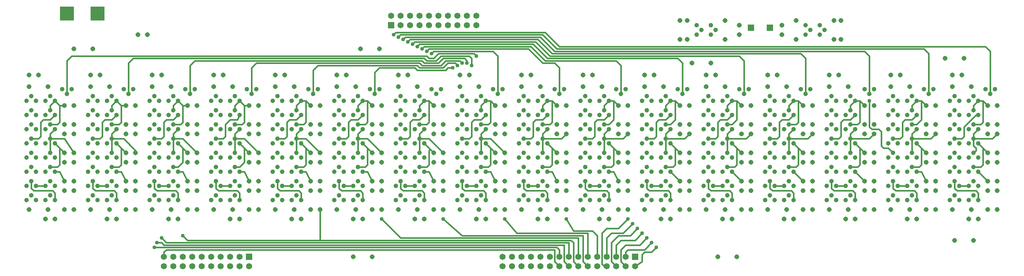
<source format=gtl>
G75*
G70*
%OFA0B0*%
%FSLAX24Y24*%
%IPPOS*%
%LPD*%
%AMOC8*
5,1,8,0,0,1.08239X$1,22.5*
%
%ADD10C,0.0515*%
%ADD11C,0.0476*%
%ADD12R,0.0650X0.0650*%
%ADD13C,0.0650*%
%ADD14R,0.1500X0.1500*%
%ADD15R,0.0709X0.0709*%
%ADD16C,0.0160*%
%ADD17C,0.0400*%
D10*
X006410Y009125D03*
X007410Y009125D03*
X006660Y010125D03*
X008410Y010125D03*
X009410Y010125D03*
X011160Y010125D03*
X013160Y010125D03*
X014910Y010125D03*
X015910Y010125D03*
X017660Y010125D03*
X019660Y010125D03*
X021410Y010125D03*
X022410Y010125D03*
X024160Y010125D03*
X026160Y010125D03*
X027910Y010125D03*
X028910Y010125D03*
X030660Y010125D03*
X032660Y010125D03*
X034410Y010125D03*
X035410Y010125D03*
X037160Y010125D03*
X039160Y010125D03*
X040910Y010125D03*
X041910Y010125D03*
X043660Y010125D03*
X045660Y010125D03*
X047410Y010125D03*
X048410Y010125D03*
X050160Y010125D03*
X052160Y010125D03*
X053910Y010125D03*
X054910Y010125D03*
X056660Y010125D03*
X058660Y010125D03*
X060410Y010125D03*
X061410Y010125D03*
X063160Y010125D03*
X065160Y010125D03*
X066910Y010125D03*
X067910Y010125D03*
X069660Y010125D03*
X071660Y010125D03*
X073410Y010125D03*
X074410Y010125D03*
X076160Y010125D03*
X078160Y010125D03*
X079910Y010125D03*
X080910Y010125D03*
X082660Y010125D03*
X084660Y010125D03*
X086410Y010125D03*
X087410Y010125D03*
X089160Y010125D03*
X091160Y010125D03*
X092910Y010125D03*
X093910Y010125D03*
X095660Y010125D03*
X097660Y010125D03*
X099410Y010125D03*
X100410Y010125D03*
X102160Y010125D03*
X104160Y010125D03*
X105910Y010125D03*
X106910Y010125D03*
X104910Y009125D03*
X103910Y009125D03*
X098410Y009125D03*
X097410Y009125D03*
X091910Y009125D03*
X090910Y009125D03*
X085410Y009125D03*
X084410Y009125D03*
X078910Y009125D03*
X077910Y009125D03*
X072410Y009125D03*
X071410Y009125D03*
X065910Y009125D03*
X064910Y009125D03*
X059410Y009125D03*
X058410Y009125D03*
X052910Y009125D03*
X051910Y009125D03*
X046410Y009125D03*
X045410Y009125D03*
X039910Y009125D03*
X038910Y009125D03*
X033410Y009125D03*
X032410Y009125D03*
X026910Y009125D03*
X025910Y009125D03*
X020410Y009125D03*
X019410Y009125D03*
X013910Y009125D03*
X012910Y009125D03*
X004660Y010125D03*
X008410Y012125D03*
X009410Y012125D03*
X009410Y013125D03*
X008410Y013125D03*
X008410Y015125D03*
X009410Y015125D03*
X009410Y016125D03*
X008410Y016125D03*
X008410Y018125D03*
X009410Y018125D03*
X009410Y019125D03*
X008410Y019125D03*
X008410Y021125D03*
X009410Y021125D03*
X014910Y021125D03*
X015910Y021125D03*
X015910Y019125D03*
X014910Y019125D03*
X014910Y018125D03*
X015910Y018125D03*
X021410Y018125D03*
X022410Y018125D03*
X022410Y019125D03*
X021410Y019125D03*
X021410Y021125D03*
X022410Y021125D03*
X027910Y021125D03*
X028910Y021125D03*
X028910Y019125D03*
X027910Y019125D03*
X027910Y018125D03*
X028910Y018125D03*
X034410Y018125D03*
X035410Y018125D03*
X035410Y019125D03*
X034410Y019125D03*
X034410Y021125D03*
X035410Y021125D03*
X040910Y021125D03*
X041910Y021125D03*
X041910Y019125D03*
X040910Y019125D03*
X040910Y018125D03*
X041910Y018125D03*
X047410Y018125D03*
X048410Y018125D03*
X048410Y019125D03*
X047410Y019125D03*
X047410Y021125D03*
X048410Y021125D03*
X053910Y021125D03*
X054910Y021125D03*
X054910Y019125D03*
X053910Y019125D03*
X053910Y018125D03*
X054910Y018125D03*
X060410Y018125D03*
X061410Y018125D03*
X061410Y019125D03*
X060410Y019125D03*
X060410Y021125D03*
X061410Y021125D03*
X066910Y021125D03*
X067910Y021125D03*
X067910Y019125D03*
X066910Y019125D03*
X066910Y018125D03*
X067910Y018125D03*
X073410Y018125D03*
X074410Y018125D03*
X074410Y019125D03*
X073410Y019125D03*
X073410Y021125D03*
X074410Y021125D03*
X079910Y021125D03*
X080910Y021125D03*
X080910Y019125D03*
X079910Y019125D03*
X079910Y018125D03*
X080910Y018125D03*
X086410Y018125D03*
X087410Y018125D03*
X087410Y019125D03*
X086410Y019125D03*
X086410Y021125D03*
X087410Y021125D03*
X092910Y021125D03*
X093910Y021125D03*
X093910Y019125D03*
X092910Y019125D03*
X092910Y018125D03*
X093910Y018125D03*
X099410Y018125D03*
X100410Y018125D03*
X100410Y019125D03*
X099410Y019125D03*
X099410Y021125D03*
X100410Y021125D03*
X105910Y021125D03*
X106910Y021125D03*
X106910Y019125D03*
X105910Y019125D03*
X105910Y018125D03*
X106910Y018125D03*
X106910Y016125D03*
X105910Y016125D03*
X105910Y015125D03*
X106910Y015125D03*
X106910Y013125D03*
X105910Y013125D03*
X105910Y012125D03*
X106910Y012125D03*
X100410Y012125D03*
X099410Y012125D03*
X099410Y013125D03*
X100410Y013125D03*
X100410Y015125D03*
X099410Y015125D03*
X099410Y016125D03*
X100410Y016125D03*
X093910Y016125D03*
X092910Y016125D03*
X092910Y015125D03*
X093910Y015125D03*
X093910Y013125D03*
X092910Y013125D03*
X092910Y012125D03*
X093910Y012125D03*
X087410Y012125D03*
X086410Y012125D03*
X086410Y013125D03*
X087410Y013125D03*
X087410Y015125D03*
X086410Y015125D03*
X086410Y016125D03*
X087410Y016125D03*
X080910Y016125D03*
X079910Y016125D03*
X079910Y015125D03*
X080910Y015125D03*
X080910Y013125D03*
X079910Y013125D03*
X079910Y012125D03*
X080910Y012125D03*
X074410Y012125D03*
X073410Y012125D03*
X073410Y013125D03*
X074410Y013125D03*
X074410Y015125D03*
X073410Y015125D03*
X073410Y016125D03*
X074410Y016125D03*
X067910Y016125D03*
X066910Y016125D03*
X066910Y015125D03*
X067910Y015125D03*
X067910Y013125D03*
X066910Y013125D03*
X066910Y012125D03*
X067910Y012125D03*
X061410Y012125D03*
X060410Y012125D03*
X060410Y013125D03*
X061410Y013125D03*
X061410Y015125D03*
X060410Y015125D03*
X060410Y016125D03*
X061410Y016125D03*
X054910Y016125D03*
X053910Y016125D03*
X053910Y015125D03*
X054910Y015125D03*
X054910Y013125D03*
X053910Y013125D03*
X053910Y012125D03*
X054910Y012125D03*
X048410Y012125D03*
X047410Y012125D03*
X047410Y013125D03*
X048410Y013125D03*
X048410Y015125D03*
X047410Y015125D03*
X047410Y016125D03*
X048410Y016125D03*
X041910Y016125D03*
X040910Y016125D03*
X040910Y015125D03*
X041910Y015125D03*
X041910Y013125D03*
X040910Y013125D03*
X040910Y012125D03*
X041910Y012125D03*
X035410Y012125D03*
X034410Y012125D03*
X034410Y013125D03*
X035410Y013125D03*
X035410Y015125D03*
X034410Y015125D03*
X034410Y016125D03*
X035410Y016125D03*
X028910Y016125D03*
X027910Y016125D03*
X027910Y015125D03*
X028910Y015125D03*
X028910Y013125D03*
X027910Y013125D03*
X027910Y012125D03*
X028910Y012125D03*
X022410Y012125D03*
X021410Y012125D03*
X021410Y013125D03*
X022410Y013125D03*
X022410Y015125D03*
X021410Y015125D03*
X021410Y016125D03*
X022410Y016125D03*
X015910Y016125D03*
X014910Y016125D03*
X014910Y015125D03*
X015910Y015125D03*
X015910Y013125D03*
X014910Y013125D03*
X014910Y012125D03*
X015910Y012125D03*
X038910Y005125D03*
X040910Y005125D03*
X077410Y005125D03*
X079410Y005125D03*
X102410Y006875D03*
X104410Y006875D03*
X104160Y023125D03*
X102160Y023125D03*
X102160Y024375D03*
X103160Y024375D03*
X103410Y026125D03*
X101410Y026125D03*
X096660Y024375D03*
X095660Y024375D03*
X095660Y023125D03*
X097660Y023125D03*
X091160Y023125D03*
X089160Y023125D03*
X089160Y024375D03*
X090160Y024375D03*
X084660Y023125D03*
X082660Y023125D03*
X082660Y024375D03*
X083660Y024375D03*
X078160Y023125D03*
X076160Y023125D03*
X076160Y024375D03*
X077160Y024375D03*
X076660Y025625D03*
X074660Y025625D03*
X070660Y024375D03*
X069660Y024375D03*
X069660Y023125D03*
X071660Y023125D03*
X065160Y023125D03*
X063160Y023125D03*
X063160Y024375D03*
X064160Y024375D03*
X058660Y023125D03*
X056660Y023125D03*
X056660Y024375D03*
X057660Y024375D03*
X052160Y023125D03*
X050160Y023125D03*
X050160Y024375D03*
X051160Y024375D03*
X045660Y023125D03*
X043660Y023125D03*
X043660Y024375D03*
X044660Y024375D03*
X039160Y023125D03*
X037160Y023125D03*
X037160Y024375D03*
X038160Y024375D03*
X032660Y023125D03*
X030660Y023125D03*
X030660Y024375D03*
X031660Y024375D03*
X026160Y023125D03*
X024160Y023125D03*
X024160Y024375D03*
X025160Y024375D03*
X019660Y023125D03*
X017660Y023125D03*
X017660Y024375D03*
X018660Y024375D03*
X013160Y023125D03*
X011160Y023125D03*
X011160Y024375D03*
X012160Y024375D03*
X006660Y023125D03*
X004660Y023125D03*
X004660Y024375D03*
X005660Y024375D03*
X009410Y027125D03*
X011410Y027125D03*
X016160Y028625D03*
X017160Y028625D03*
X039660Y027125D03*
X041660Y027125D03*
X073410Y028125D03*
X074160Y028125D03*
X078160Y028125D03*
X079660Y028625D03*
X079660Y029625D03*
X078160Y030125D03*
X074160Y030125D03*
X073410Y030125D03*
X084160Y029625D03*
X085660Y030125D03*
X089660Y030125D03*
X090410Y030125D03*
X090410Y028125D03*
X089660Y028125D03*
X085660Y028125D03*
X084160Y028625D03*
D11*
X086660Y028625D03*
X087160Y029125D03*
X088160Y028625D03*
X088660Y029125D03*
X088160Y029625D03*
X086660Y029625D03*
X077160Y029125D03*
X076660Y028625D03*
X075660Y029125D03*
X075160Y028625D03*
X075160Y029625D03*
X076660Y029625D03*
X074160Y022875D03*
X073660Y022375D03*
X073160Y022875D03*
X071910Y022125D03*
X071410Y021625D03*
X070410Y021625D03*
X069910Y022125D03*
X069410Y021625D03*
X067160Y022375D03*
X066660Y022875D03*
X067660Y022875D03*
X065410Y022125D03*
X064910Y021625D03*
X063910Y021625D03*
X063410Y022125D03*
X062910Y021625D03*
X060660Y022375D03*
X060160Y022875D03*
X061160Y022875D03*
X058910Y022125D03*
X058410Y021625D03*
X057410Y021625D03*
X056910Y022125D03*
X056410Y021625D03*
X054160Y022375D03*
X053660Y022875D03*
X054660Y022875D03*
X052410Y022125D03*
X051910Y021625D03*
X050910Y021625D03*
X050410Y022125D03*
X049910Y021625D03*
X047660Y022375D03*
X047160Y022875D03*
X048160Y022875D03*
X045910Y022125D03*
X045410Y021625D03*
X044410Y021625D03*
X043910Y022125D03*
X043410Y021625D03*
X041160Y022375D03*
X040660Y022875D03*
X041660Y022875D03*
X039410Y022125D03*
X038910Y021625D03*
X037910Y021625D03*
X037410Y022125D03*
X036910Y021625D03*
X034660Y022375D03*
X034160Y022875D03*
X035160Y022875D03*
X032910Y022125D03*
X032410Y021625D03*
X031410Y021625D03*
X030910Y022125D03*
X030410Y021625D03*
X028160Y022375D03*
X027660Y022875D03*
X028660Y022875D03*
X026410Y022125D03*
X025910Y021625D03*
X024910Y021625D03*
X024410Y022125D03*
X023910Y021625D03*
X021660Y022375D03*
X021160Y022875D03*
X022160Y022875D03*
X019910Y022125D03*
X019410Y021625D03*
X018410Y021625D03*
X017910Y022125D03*
X017410Y021625D03*
X015160Y022375D03*
X014660Y022875D03*
X015660Y022875D03*
X013410Y022125D03*
X012910Y021625D03*
X011910Y021625D03*
X011410Y022125D03*
X010910Y021625D03*
X008660Y022375D03*
X008160Y022875D03*
X009160Y022875D03*
X006910Y022125D03*
X006410Y021625D03*
X005410Y021625D03*
X004910Y022125D03*
X004410Y021625D03*
X007410Y021625D03*
X006910Y020625D03*
X006410Y020125D03*
X005410Y020125D03*
X004410Y020125D03*
X004910Y020625D03*
X007410Y020125D03*
X006910Y019125D03*
X006410Y018625D03*
X005410Y018625D03*
X004410Y018625D03*
X004910Y019125D03*
X007410Y018625D03*
X006910Y017625D03*
X006410Y017125D03*
X005410Y017125D03*
X004910Y017625D03*
X004410Y017125D03*
X007410Y017125D03*
X006910Y016125D03*
X006410Y015625D03*
X005410Y015625D03*
X004410Y015625D03*
X004910Y016125D03*
X007410Y015625D03*
X006910Y014625D03*
X006410Y014125D03*
X005410Y014125D03*
X004410Y014125D03*
X004910Y014625D03*
X007410Y014125D03*
X006910Y013125D03*
X006410Y012625D03*
X005410Y012625D03*
X004910Y013125D03*
X004410Y012625D03*
X007410Y012625D03*
X006910Y011625D03*
X006410Y011125D03*
X005410Y011125D03*
X004910Y011625D03*
X004410Y011125D03*
X007410Y011125D03*
X010910Y011125D03*
X011410Y011625D03*
X011910Y011125D03*
X012910Y011125D03*
X013410Y011625D03*
X013910Y011125D03*
X013910Y012625D03*
X013410Y013125D03*
X012910Y012625D03*
X011910Y012625D03*
X011410Y013125D03*
X010910Y012625D03*
X010910Y014125D03*
X011910Y014125D03*
X012910Y014125D03*
X013910Y014125D03*
X013410Y014625D03*
X012910Y015625D03*
X011910Y015625D03*
X010910Y015625D03*
X011410Y016125D03*
X013410Y016125D03*
X013910Y015625D03*
X011410Y014625D03*
X017410Y014125D03*
X018410Y014125D03*
X019410Y014125D03*
X020410Y014125D03*
X019910Y014625D03*
X019410Y015625D03*
X018410Y015625D03*
X017410Y015625D03*
X017910Y016125D03*
X019910Y016125D03*
X020410Y015625D03*
X017910Y014625D03*
X017910Y013125D03*
X017410Y012625D03*
X018410Y012625D03*
X019410Y012625D03*
X019910Y013125D03*
X020410Y012625D03*
X019910Y011625D03*
X019410Y011125D03*
X018410Y011125D03*
X017910Y011625D03*
X017410Y011125D03*
X020410Y011125D03*
X023910Y011125D03*
X024410Y011625D03*
X024910Y011125D03*
X025910Y011125D03*
X026410Y011625D03*
X026910Y011125D03*
X026910Y012625D03*
X026410Y013125D03*
X025910Y012625D03*
X024910Y012625D03*
X024410Y013125D03*
X023910Y012625D03*
X023910Y014125D03*
X024910Y014125D03*
X025910Y014125D03*
X026910Y014125D03*
X026410Y014625D03*
X025910Y015625D03*
X024910Y015625D03*
X023910Y015625D03*
X024410Y016125D03*
X026410Y016125D03*
X026910Y015625D03*
X024410Y014625D03*
X030410Y014125D03*
X031410Y014125D03*
X032410Y014125D03*
X033410Y014125D03*
X032910Y014625D03*
X032410Y015625D03*
X031410Y015625D03*
X030410Y015625D03*
X030910Y016125D03*
X032910Y016125D03*
X033410Y015625D03*
X030910Y014625D03*
X030910Y013125D03*
X030410Y012625D03*
X031410Y012625D03*
X032410Y012625D03*
X032910Y013125D03*
X033410Y012625D03*
X032910Y011625D03*
X032410Y011125D03*
X031410Y011125D03*
X030910Y011625D03*
X030410Y011125D03*
X033410Y011125D03*
X036910Y011125D03*
X037410Y011625D03*
X037910Y011125D03*
X038910Y011125D03*
X039410Y011625D03*
X039910Y011125D03*
X039910Y012625D03*
X039410Y013125D03*
X038910Y012625D03*
X037910Y012625D03*
X037410Y013125D03*
X036910Y012625D03*
X036910Y014125D03*
X037910Y014125D03*
X038910Y014125D03*
X039910Y014125D03*
X039410Y014625D03*
X038910Y015625D03*
X037910Y015625D03*
X036910Y015625D03*
X037410Y016125D03*
X039410Y016125D03*
X039910Y015625D03*
X037410Y014625D03*
X043410Y014125D03*
X044410Y014125D03*
X045410Y014125D03*
X046410Y014125D03*
X045910Y014625D03*
X045410Y015625D03*
X044410Y015625D03*
X043410Y015625D03*
X043910Y016125D03*
X045910Y016125D03*
X046410Y015625D03*
X043910Y014625D03*
X043910Y013125D03*
X043410Y012625D03*
X044410Y012625D03*
X045410Y012625D03*
X045910Y013125D03*
X046410Y012625D03*
X045910Y011625D03*
X045410Y011125D03*
X044410Y011125D03*
X043910Y011625D03*
X043410Y011125D03*
X046410Y011125D03*
X049910Y011125D03*
X050410Y011625D03*
X050910Y011125D03*
X051910Y011125D03*
X052410Y011625D03*
X052910Y011125D03*
X052910Y012625D03*
X052410Y013125D03*
X051910Y012625D03*
X050910Y012625D03*
X050410Y013125D03*
X049910Y012625D03*
X049910Y014125D03*
X050910Y014125D03*
X051910Y014125D03*
X052910Y014125D03*
X052410Y014625D03*
X051910Y015625D03*
X050910Y015625D03*
X049910Y015625D03*
X050410Y016125D03*
X052410Y016125D03*
X052910Y015625D03*
X050410Y014625D03*
X056410Y014125D03*
X057410Y014125D03*
X058410Y014125D03*
X059410Y014125D03*
X058910Y014625D03*
X058410Y015625D03*
X057410Y015625D03*
X056410Y015625D03*
X056910Y016125D03*
X058910Y016125D03*
X059410Y015625D03*
X056910Y014625D03*
X056910Y013125D03*
X056410Y012625D03*
X057410Y012625D03*
X058410Y012625D03*
X058910Y013125D03*
X059410Y012625D03*
X058910Y011625D03*
X058410Y011125D03*
X057410Y011125D03*
X056910Y011625D03*
X056410Y011125D03*
X059410Y011125D03*
X062910Y011125D03*
X063410Y011625D03*
X063910Y011125D03*
X064910Y011125D03*
X065410Y011625D03*
X065910Y011125D03*
X065910Y012625D03*
X065410Y013125D03*
X064910Y012625D03*
X063910Y012625D03*
X063410Y013125D03*
X062910Y012625D03*
X062910Y014125D03*
X063910Y014125D03*
X064910Y014125D03*
X065910Y014125D03*
X065410Y014625D03*
X064910Y015625D03*
X063910Y015625D03*
X062910Y015625D03*
X063410Y016125D03*
X065410Y016125D03*
X065910Y015625D03*
X063410Y014625D03*
X069410Y014125D03*
X070410Y014125D03*
X071410Y014125D03*
X072410Y014125D03*
X071910Y014625D03*
X071410Y015625D03*
X070410Y015625D03*
X069410Y015625D03*
X069910Y016125D03*
X071910Y016125D03*
X072410Y015625D03*
X069910Y014625D03*
X069910Y013125D03*
X069410Y012625D03*
X070410Y012625D03*
X071410Y012625D03*
X071910Y013125D03*
X072410Y012625D03*
X071910Y011625D03*
X071410Y011125D03*
X070410Y011125D03*
X069910Y011625D03*
X069410Y011125D03*
X072410Y011125D03*
X075910Y011125D03*
X076410Y011625D03*
X076910Y011125D03*
X077910Y011125D03*
X078410Y011625D03*
X078910Y011125D03*
X078910Y012625D03*
X078410Y013125D03*
X077910Y012625D03*
X076910Y012625D03*
X076410Y013125D03*
X075910Y012625D03*
X075910Y014125D03*
X076910Y014125D03*
X077910Y014125D03*
X078910Y014125D03*
X078410Y014625D03*
X077910Y015625D03*
X076910Y015625D03*
X075910Y015625D03*
X076410Y016125D03*
X078410Y016125D03*
X078910Y015625D03*
X076410Y014625D03*
X082410Y014125D03*
X083410Y014125D03*
X084410Y014125D03*
X085410Y014125D03*
X084910Y014625D03*
X084410Y015625D03*
X083410Y015625D03*
X082410Y015625D03*
X082910Y016125D03*
X084910Y016125D03*
X085410Y015625D03*
X082910Y014625D03*
X082910Y013125D03*
X082410Y012625D03*
X083410Y012625D03*
X084410Y012625D03*
X084910Y013125D03*
X085410Y012625D03*
X084910Y011625D03*
X084410Y011125D03*
X083410Y011125D03*
X082910Y011625D03*
X082410Y011125D03*
X085410Y011125D03*
X088910Y011125D03*
X089410Y011625D03*
X089910Y011125D03*
X090910Y011125D03*
X091410Y011625D03*
X091910Y011125D03*
X091910Y012625D03*
X091410Y013125D03*
X090910Y012625D03*
X089910Y012625D03*
X089410Y013125D03*
X088910Y012625D03*
X088910Y014125D03*
X089910Y014125D03*
X090910Y014125D03*
X091910Y014125D03*
X091410Y014625D03*
X090910Y015625D03*
X089910Y015625D03*
X088910Y015625D03*
X089410Y016125D03*
X091410Y016125D03*
X091910Y015625D03*
X089410Y014625D03*
X095410Y014125D03*
X096410Y014125D03*
X097410Y014125D03*
X098410Y014125D03*
X097910Y014625D03*
X097410Y015625D03*
X096410Y015625D03*
X095410Y015625D03*
X095910Y016125D03*
X097910Y016125D03*
X098410Y015625D03*
X095910Y014625D03*
X095910Y013125D03*
X095410Y012625D03*
X096410Y012625D03*
X097410Y012625D03*
X097910Y013125D03*
X098410Y012625D03*
X097910Y011625D03*
X097410Y011125D03*
X096410Y011125D03*
X095910Y011625D03*
X095410Y011125D03*
X098410Y011125D03*
X101910Y011125D03*
X102410Y011625D03*
X102910Y011125D03*
X103910Y011125D03*
X104410Y011625D03*
X104910Y011125D03*
X104910Y012625D03*
X104410Y013125D03*
X103910Y012625D03*
X102910Y012625D03*
X102410Y013125D03*
X101910Y012625D03*
X101910Y014125D03*
X102910Y014125D03*
X103910Y014125D03*
X104910Y014125D03*
X104410Y014625D03*
X103910Y015625D03*
X102910Y015625D03*
X101910Y015625D03*
X102410Y016125D03*
X104410Y016125D03*
X104910Y015625D03*
X102410Y014625D03*
X101910Y017125D03*
X102410Y017625D03*
X102910Y017125D03*
X103910Y017125D03*
X104410Y017625D03*
X104910Y017125D03*
X104910Y018625D03*
X103910Y018625D03*
X102910Y018625D03*
X101910Y018625D03*
X102410Y019125D03*
X101910Y020125D03*
X102910Y020125D03*
X103910Y020125D03*
X104910Y020125D03*
X104410Y020625D03*
X102410Y020625D03*
X101910Y021625D03*
X102410Y022125D03*
X102910Y021625D03*
X103910Y021625D03*
X104410Y022125D03*
X104910Y021625D03*
X106160Y022375D03*
X105660Y022875D03*
X106660Y022875D03*
X100160Y022875D03*
X099660Y022375D03*
X099160Y022875D03*
X097910Y022125D03*
X097410Y021625D03*
X096410Y021625D03*
X095910Y022125D03*
X095410Y021625D03*
X093410Y022375D03*
X092910Y022875D03*
X093910Y022875D03*
X091410Y022125D03*
X090910Y021625D03*
X089910Y021625D03*
X089410Y022125D03*
X088910Y021625D03*
X086660Y022375D03*
X086160Y022875D03*
X087160Y022875D03*
X084910Y022125D03*
X084410Y021625D03*
X083410Y021625D03*
X082910Y022125D03*
X082410Y021625D03*
X080160Y022375D03*
X079660Y022875D03*
X080660Y022875D03*
X078410Y022125D03*
X077910Y021625D03*
X076910Y021625D03*
X076410Y022125D03*
X075910Y021625D03*
X078910Y021625D03*
X078410Y020625D03*
X077910Y020125D03*
X076910Y020125D03*
X075910Y020125D03*
X076410Y020625D03*
X078910Y020125D03*
X078410Y019125D03*
X077910Y018625D03*
X076910Y018625D03*
X075910Y018625D03*
X076410Y019125D03*
X078910Y018625D03*
X078410Y017625D03*
X077910Y017125D03*
X076910Y017125D03*
X076410Y017625D03*
X075910Y017125D03*
X078910Y017125D03*
X082410Y017125D03*
X082910Y017625D03*
X083410Y017125D03*
X084410Y017125D03*
X084910Y017625D03*
X085410Y017125D03*
X085410Y018625D03*
X084410Y018625D03*
X083410Y018625D03*
X082410Y018625D03*
X082910Y019125D03*
X082410Y020125D03*
X083410Y020125D03*
X084410Y020125D03*
X085410Y020125D03*
X084910Y020625D03*
X082910Y020625D03*
X085410Y021625D03*
X089410Y020625D03*
X088910Y020125D03*
X089910Y020125D03*
X090910Y020125D03*
X091910Y020125D03*
X091410Y020625D03*
X091910Y021625D03*
X095910Y020625D03*
X095410Y020125D03*
X096410Y020125D03*
X097410Y020125D03*
X098410Y020125D03*
X097910Y020625D03*
X098410Y021625D03*
X097910Y019125D03*
X097410Y018625D03*
X096410Y018625D03*
X095410Y018625D03*
X095910Y019125D03*
X098410Y018625D03*
X097910Y017625D03*
X097410Y017125D03*
X096410Y017125D03*
X095910Y017625D03*
X095410Y017125D03*
X098410Y017125D03*
X104410Y019125D03*
X091910Y018625D03*
X090910Y018625D03*
X089910Y018625D03*
X088910Y018625D03*
X089410Y019125D03*
X091410Y019125D03*
X091410Y017625D03*
X090910Y017125D03*
X089910Y017125D03*
X089410Y017625D03*
X088910Y017125D03*
X091910Y017125D03*
X084910Y019125D03*
X072410Y018625D03*
X071410Y018625D03*
X070410Y018625D03*
X069410Y018625D03*
X069910Y019125D03*
X069410Y020125D03*
X070410Y020125D03*
X071410Y020125D03*
X072410Y020125D03*
X071910Y020625D03*
X069910Y020625D03*
X072410Y021625D03*
X065910Y021625D03*
X065410Y020625D03*
X064910Y020125D03*
X063910Y020125D03*
X062910Y020125D03*
X063410Y020625D03*
X065910Y020125D03*
X065410Y019125D03*
X064910Y018625D03*
X063910Y018625D03*
X062910Y018625D03*
X063410Y019125D03*
X065910Y018625D03*
X065410Y017625D03*
X064910Y017125D03*
X063910Y017125D03*
X063410Y017625D03*
X062910Y017125D03*
X065910Y017125D03*
X069410Y017125D03*
X069910Y017625D03*
X070410Y017125D03*
X071410Y017125D03*
X071910Y017625D03*
X072410Y017125D03*
X071910Y019125D03*
X059410Y018625D03*
X058410Y018625D03*
X057410Y018625D03*
X056410Y018625D03*
X056910Y019125D03*
X056410Y020125D03*
X057410Y020125D03*
X058410Y020125D03*
X059410Y020125D03*
X058910Y020625D03*
X056910Y020625D03*
X059410Y021625D03*
X052910Y021625D03*
X052410Y020625D03*
X051910Y020125D03*
X050910Y020125D03*
X049910Y020125D03*
X050410Y020625D03*
X052910Y020125D03*
X052410Y019125D03*
X051910Y018625D03*
X050910Y018625D03*
X049910Y018625D03*
X050410Y019125D03*
X052910Y018625D03*
X052410Y017625D03*
X051910Y017125D03*
X050910Y017125D03*
X050410Y017625D03*
X049910Y017125D03*
X052910Y017125D03*
X056410Y017125D03*
X056910Y017625D03*
X057410Y017125D03*
X058410Y017125D03*
X058910Y017625D03*
X059410Y017125D03*
X058910Y019125D03*
X046410Y018625D03*
X045410Y018625D03*
X044410Y018625D03*
X043410Y018625D03*
X043910Y019125D03*
X043410Y020125D03*
X044410Y020125D03*
X045410Y020125D03*
X046410Y020125D03*
X045910Y020625D03*
X043910Y020625D03*
X046410Y021625D03*
X039910Y021625D03*
X039410Y020625D03*
X038910Y020125D03*
X037910Y020125D03*
X036910Y020125D03*
X037410Y020625D03*
X039910Y020125D03*
X039410Y019125D03*
X038910Y018625D03*
X037910Y018625D03*
X036910Y018625D03*
X037410Y019125D03*
X039910Y018625D03*
X039410Y017625D03*
X038910Y017125D03*
X037910Y017125D03*
X037410Y017625D03*
X036910Y017125D03*
X039910Y017125D03*
X043410Y017125D03*
X043910Y017625D03*
X044410Y017125D03*
X045410Y017125D03*
X045910Y017625D03*
X046410Y017125D03*
X045910Y019125D03*
X033410Y018625D03*
X032410Y018625D03*
X031410Y018625D03*
X030410Y018625D03*
X030910Y019125D03*
X030410Y020125D03*
X031410Y020125D03*
X032410Y020125D03*
X033410Y020125D03*
X032910Y020625D03*
X030910Y020625D03*
X033410Y021625D03*
X026910Y021625D03*
X026410Y020625D03*
X025910Y020125D03*
X024910Y020125D03*
X023910Y020125D03*
X024410Y020625D03*
X026910Y020125D03*
X026410Y019125D03*
X025910Y018625D03*
X024910Y018625D03*
X023910Y018625D03*
X024410Y019125D03*
X026910Y018625D03*
X026410Y017625D03*
X025910Y017125D03*
X024910Y017125D03*
X024410Y017625D03*
X023910Y017125D03*
X026910Y017125D03*
X030410Y017125D03*
X030910Y017625D03*
X031410Y017125D03*
X032410Y017125D03*
X032910Y017625D03*
X033410Y017125D03*
X032910Y019125D03*
X020410Y018625D03*
X019410Y018625D03*
X018410Y018625D03*
X017410Y018625D03*
X017910Y019125D03*
X017410Y020125D03*
X018410Y020125D03*
X019410Y020125D03*
X020410Y020125D03*
X019910Y020625D03*
X017910Y020625D03*
X020410Y021625D03*
X013910Y021625D03*
X013410Y020625D03*
X012910Y020125D03*
X011910Y020125D03*
X010910Y020125D03*
X011410Y020625D03*
X013910Y020125D03*
X013410Y019125D03*
X012910Y018625D03*
X011910Y018625D03*
X010910Y018625D03*
X011410Y019125D03*
X013910Y018625D03*
X013410Y017625D03*
X012910Y017125D03*
X011910Y017125D03*
X011410Y017625D03*
X010910Y017125D03*
X013910Y017125D03*
X017410Y017125D03*
X017910Y017625D03*
X018410Y017125D03*
X019410Y017125D03*
X019910Y017625D03*
X020410Y017125D03*
X019910Y019125D03*
D12*
X042910Y029625D03*
X027910Y005125D03*
X068660Y005125D03*
D13*
X067660Y005125D03*
X066660Y005125D03*
X065660Y005125D03*
X064660Y005125D03*
X063660Y005125D03*
X062660Y005125D03*
X061660Y005125D03*
X060660Y005125D03*
X059660Y005125D03*
X058660Y005125D03*
X057660Y005125D03*
X056660Y005125D03*
X055660Y005125D03*
X054660Y005125D03*
X054660Y004125D03*
X055660Y004125D03*
X056660Y004125D03*
X057660Y004125D03*
X058660Y004125D03*
X059660Y004125D03*
X060660Y004125D03*
X061660Y004125D03*
X062660Y004125D03*
X063660Y004125D03*
X064660Y004125D03*
X065660Y004125D03*
X066660Y004125D03*
X067660Y004125D03*
X068660Y004125D03*
X027910Y004125D03*
X026910Y004125D03*
X025910Y004125D03*
X024910Y004125D03*
X023910Y004125D03*
X022910Y004125D03*
X021910Y004125D03*
X020910Y004125D03*
X019910Y004125D03*
X018910Y004125D03*
X018910Y005125D03*
X019910Y005125D03*
X020910Y005125D03*
X021910Y005125D03*
X022910Y005125D03*
X023910Y005125D03*
X024910Y005125D03*
X025910Y005125D03*
X026910Y005125D03*
X043910Y029625D03*
X044910Y029625D03*
X045910Y029625D03*
X046910Y029625D03*
X047910Y029625D03*
X048910Y029625D03*
X049910Y029625D03*
X050910Y029625D03*
X051910Y029625D03*
X051910Y030625D03*
X050910Y030625D03*
X049910Y030625D03*
X048910Y030625D03*
X047910Y030625D03*
X046910Y030625D03*
X045910Y030625D03*
X044910Y030625D03*
X043910Y030625D03*
X042910Y030625D03*
D14*
X011910Y030875D03*
X008660Y030875D03*
D15*
X080910Y029375D03*
X082910Y029375D03*
D16*
X086160Y026625D02*
X086660Y026125D01*
X086660Y022375D01*
X085910Y021625D02*
X085410Y021625D01*
X084910Y021125D01*
X084910Y020625D01*
X085910Y021625D02*
X086410Y021125D01*
X085910Y021625D02*
X085910Y019375D01*
X085660Y019125D01*
X084910Y019125D01*
X084910Y019625D02*
X084160Y019625D01*
X083910Y019375D01*
X083910Y017875D01*
X083660Y017625D01*
X082910Y017625D01*
X084910Y017625D02*
X084910Y018125D01*
X085410Y018625D01*
X086910Y017625D02*
X087410Y018125D01*
X086910Y017625D02*
X084910Y017625D01*
X084910Y016125D01*
X085910Y016625D02*
X085410Y017125D01*
X085910Y016625D02*
X086410Y016125D01*
X085910Y016625D02*
X085910Y014875D01*
X085660Y014625D01*
X084910Y014625D01*
X085410Y014125D02*
X086410Y013125D01*
X084410Y012625D02*
X083410Y012625D01*
X082910Y012375D02*
X083160Y012125D01*
X085160Y012125D01*
X085410Y011875D01*
X085410Y011125D01*
X082910Y012375D02*
X082910Y013125D01*
X079910Y013125D02*
X078910Y014125D01*
X079160Y014625D02*
X078410Y014625D01*
X079160Y014625D02*
X079410Y014875D01*
X079410Y016625D01*
X079910Y016125D01*
X079410Y016625D02*
X078910Y017125D01*
X078410Y017625D02*
X078410Y016125D01*
X078410Y017625D02*
X078410Y018125D01*
X078910Y018625D01*
X078910Y019125D02*
X079410Y019625D01*
X079410Y021625D01*
X078910Y021625D01*
X078410Y021125D01*
X078410Y020625D01*
X079410Y021625D02*
X079910Y021125D01*
X078910Y020125D02*
X078410Y019625D01*
X077660Y019625D01*
X077410Y019375D01*
X077410Y017875D01*
X077160Y017625D01*
X076410Y017625D01*
X078410Y017625D02*
X080410Y017625D01*
X080910Y018125D01*
X078910Y019125D02*
X078410Y019125D01*
X074410Y018125D02*
X073910Y017625D01*
X071910Y017625D01*
X071910Y016125D01*
X072910Y016625D02*
X072410Y017125D01*
X071910Y017625D02*
X071910Y018125D01*
X072410Y018625D01*
X072410Y019125D02*
X072910Y019625D01*
X072910Y021625D01*
X072410Y021625D01*
X071910Y021125D01*
X071910Y020625D01*
X072910Y021625D02*
X073410Y021125D01*
X072410Y020125D02*
X071910Y019625D01*
X071160Y019625D01*
X070910Y019375D01*
X070910Y017875D01*
X070660Y017625D01*
X069910Y017625D01*
X067910Y018125D02*
X067410Y017625D01*
X065410Y017625D01*
X065410Y016125D01*
X066410Y016625D02*
X065910Y017125D01*
X065410Y017625D02*
X065410Y018125D01*
X065910Y018625D01*
X065910Y019125D02*
X066410Y019625D01*
X066410Y021625D01*
X066910Y021125D01*
X065910Y021625D02*
X065410Y021125D01*
X065410Y020625D01*
X065910Y020125D02*
X065410Y019625D01*
X064660Y019625D01*
X064410Y019375D01*
X064410Y017875D01*
X064160Y017625D01*
X063410Y017625D01*
X061410Y018125D02*
X060910Y017625D01*
X058910Y017625D01*
X058910Y016125D01*
X059410Y017125D02*
X059910Y016625D01*
X059910Y014875D01*
X059660Y014625D01*
X058910Y014625D01*
X059410Y014125D02*
X059910Y014125D01*
X060410Y013125D01*
X058410Y012625D02*
X057410Y012625D01*
X056910Y012375D02*
X057160Y012125D01*
X059160Y012125D01*
X059410Y011875D01*
X059410Y011125D01*
X056910Y012375D02*
X056910Y013125D01*
X053910Y013125D02*
X053410Y014125D01*
X052910Y014125D01*
X053160Y014625D02*
X052410Y014625D01*
X053160Y014625D02*
X053410Y014875D01*
X053410Y016625D01*
X053910Y016125D01*
X053410Y016625D02*
X052910Y017125D01*
X052410Y017625D02*
X052410Y016125D01*
X053410Y017625D02*
X054910Y016125D01*
X053410Y017625D02*
X052410Y017625D01*
X052410Y018125D01*
X052910Y018625D01*
X053160Y019125D02*
X052410Y019125D01*
X052410Y019625D02*
X051660Y019625D01*
X051410Y019375D01*
X051410Y017875D01*
X051160Y017625D01*
X050410Y017625D01*
X048410Y016125D02*
X046910Y017625D01*
X045910Y017625D01*
X045910Y016125D01*
X046910Y016375D02*
X047035Y016500D01*
X047410Y016125D01*
X047035Y016500D02*
X046410Y017125D01*
X045910Y017625D02*
X045910Y018125D01*
X046410Y018625D01*
X046660Y019125D02*
X045910Y019125D01*
X045910Y019625D02*
X045160Y019625D01*
X044910Y019375D01*
X044910Y017875D01*
X044660Y017625D01*
X043910Y017625D01*
X041910Y016125D02*
X040410Y017625D01*
X039410Y017625D01*
X039410Y016125D01*
X039910Y017125D02*
X040410Y016625D01*
X040410Y014875D01*
X040160Y014625D01*
X039410Y014625D01*
X039910Y014125D02*
X040410Y014125D01*
X040910Y013125D01*
X038910Y012625D02*
X037910Y012625D01*
X037410Y012375D02*
X037660Y012125D01*
X039660Y012125D01*
X039910Y011875D01*
X039910Y011125D01*
X037410Y012375D02*
X037410Y013125D01*
X034410Y013125D02*
X033910Y014125D01*
X033410Y014125D01*
X033660Y014625D02*
X032910Y014625D01*
X033660Y014625D02*
X033910Y014875D01*
X033910Y016625D01*
X034410Y016125D01*
X033910Y016625D02*
X033410Y017125D01*
X032910Y017625D02*
X032910Y016125D01*
X033910Y017625D02*
X035410Y016125D01*
X033910Y017625D02*
X032910Y017625D01*
X032910Y018125D01*
X033410Y018625D01*
X033660Y019125D02*
X032910Y019125D01*
X032910Y019625D02*
X032160Y019625D01*
X031910Y019375D01*
X031910Y017875D01*
X031660Y017625D01*
X030910Y017625D01*
X028910Y016125D02*
X027410Y017625D01*
X026410Y017625D01*
X026410Y016125D01*
X026910Y017125D02*
X027410Y016625D01*
X027410Y015125D01*
X026910Y014625D01*
X026410Y014625D01*
X026910Y014125D02*
X027410Y014125D01*
X027910Y013125D01*
X025910Y012625D02*
X024910Y012625D01*
X024410Y012375D02*
X024660Y012125D01*
X026660Y012125D01*
X026910Y011875D01*
X026910Y011125D01*
X024410Y012375D02*
X024410Y013125D01*
X021410Y013125D02*
X020910Y014125D01*
X020410Y014125D01*
X020410Y014625D02*
X020910Y015125D01*
X020910Y016625D01*
X020410Y017125D01*
X019910Y017625D02*
X019910Y016125D01*
X020910Y016625D02*
X021410Y016125D01*
X022410Y016125D02*
X020910Y017625D01*
X019910Y017625D01*
X019910Y018125D01*
X020410Y018625D01*
X020660Y019125D02*
X019910Y019125D01*
X019910Y019625D02*
X019160Y019625D01*
X018910Y019375D01*
X018910Y017875D01*
X018660Y017625D01*
X017910Y017625D01*
X015910Y016375D02*
X014660Y017625D01*
X013410Y017625D01*
X013410Y016125D01*
X014410Y016625D02*
X013910Y017125D01*
X013410Y017625D02*
X013410Y018125D01*
X013910Y018625D01*
X014160Y019125D02*
X013410Y019125D01*
X013410Y019625D02*
X012660Y019625D01*
X012410Y019375D01*
X012410Y017875D01*
X012160Y017625D01*
X011410Y017625D01*
X009410Y016125D02*
X008410Y017625D01*
X006910Y017625D01*
X006910Y016125D01*
X007910Y016625D02*
X007410Y017125D01*
X006910Y017625D02*
X006910Y018125D01*
X007410Y018625D01*
X007660Y019125D02*
X006910Y019125D01*
X006910Y019625D02*
X006160Y019625D01*
X005910Y019375D01*
X005910Y017875D01*
X005660Y017625D01*
X004910Y017625D01*
X007910Y016625D02*
X008410Y016125D01*
X007910Y016625D02*
X007910Y014875D01*
X007660Y014625D01*
X006910Y014625D01*
X007410Y014125D02*
X007910Y014125D01*
X008410Y013125D01*
X006410Y012625D02*
X005410Y012625D01*
X004910Y012375D02*
X005160Y012125D01*
X007160Y012125D01*
X007410Y011875D01*
X007410Y011125D01*
X004910Y012375D02*
X004910Y013125D01*
X011410Y013125D02*
X011410Y012375D01*
X011660Y012125D01*
X013660Y012125D01*
X013910Y011875D01*
X013910Y011125D01*
X012910Y012625D02*
X011910Y012625D01*
X014410Y014125D02*
X014910Y013125D01*
X014410Y014125D02*
X013910Y014125D01*
X014160Y014625D02*
X013410Y014625D01*
X014160Y014625D02*
X014410Y014875D01*
X014410Y016625D01*
X014910Y016125D01*
X015910Y016125D02*
X015910Y016375D01*
X019910Y014625D02*
X020410Y014625D01*
X017910Y013125D02*
X017910Y012375D01*
X018160Y012125D01*
X020160Y012125D01*
X020410Y011875D01*
X020410Y011125D01*
X019410Y012625D02*
X018410Y012625D01*
X027410Y016625D02*
X027910Y016125D01*
X026410Y017625D02*
X026410Y018125D01*
X026910Y018625D01*
X027160Y019125D02*
X026410Y019125D01*
X026660Y019625D02*
X025910Y019625D01*
X025410Y019125D01*
X025410Y017875D01*
X025160Y017625D01*
X024410Y017625D01*
X027160Y019125D02*
X027410Y019375D01*
X027410Y021125D01*
X027910Y021125D01*
X027410Y021125D02*
X026910Y021625D01*
X026410Y021125D01*
X026410Y020625D01*
X026910Y020125D02*
X026660Y019625D01*
X021410Y021125D02*
X020910Y021125D01*
X020410Y021625D01*
X019910Y021125D01*
X019910Y020625D01*
X020910Y021125D02*
X020910Y019375D01*
X020660Y019125D01*
X019910Y019625D02*
X020410Y020125D01*
X014910Y021125D02*
X014410Y021125D01*
X014410Y019375D01*
X014160Y019125D01*
X013410Y019625D02*
X013910Y020125D01*
X013410Y020625D02*
X013410Y021125D01*
X013910Y021625D01*
X014410Y021125D01*
X015160Y022375D02*
X015160Y025625D01*
X015660Y026125D01*
X046410Y026125D01*
X046660Y025875D01*
X047660Y025875D01*
X048160Y026375D01*
X051160Y026375D01*
X051410Y026125D01*
X051410Y025375D01*
X050910Y025625D02*
X050910Y025875D01*
X050660Y026125D01*
X048410Y026125D01*
X047910Y025625D01*
X046410Y025625D01*
X046160Y025875D01*
X022160Y025875D01*
X021660Y025375D01*
X021660Y022375D01*
X028160Y022375D02*
X028160Y025125D01*
X028660Y025625D01*
X045910Y025625D01*
X046160Y025375D01*
X048160Y025375D01*
X048660Y025875D01*
X050160Y025875D01*
X050410Y025625D01*
X049910Y025375D02*
X049660Y025625D01*
X048910Y025625D01*
X048410Y025125D01*
X045910Y025125D01*
X045660Y025375D01*
X035160Y025375D01*
X034660Y024875D01*
X034660Y022375D01*
X033910Y021625D02*
X033410Y021625D01*
X032910Y021125D01*
X032910Y020625D01*
X033910Y021625D02*
X034410Y021125D01*
X033910Y021625D02*
X033910Y019375D01*
X033660Y019125D01*
X032910Y019625D02*
X033410Y020125D01*
X038410Y019375D02*
X038660Y019625D01*
X039410Y019625D01*
X039910Y020125D01*
X039410Y020625D02*
X039410Y021125D01*
X039910Y021625D01*
X040410Y021625D01*
X040410Y019375D01*
X040160Y019125D01*
X039410Y019125D01*
X038410Y019375D02*
X038410Y017875D01*
X038160Y017625D01*
X037410Y017625D01*
X039410Y017625D02*
X039410Y018125D01*
X039910Y018625D01*
X040410Y016625D02*
X040910Y016125D01*
X045910Y014625D02*
X046660Y014625D01*
X046910Y014875D01*
X046910Y016375D01*
X046910Y014125D02*
X046410Y014125D01*
X046910Y014125D02*
X047410Y013125D01*
X045410Y012625D02*
X044410Y012625D01*
X043910Y012375D02*
X044160Y012125D01*
X046160Y012125D01*
X046410Y011875D01*
X046410Y011125D01*
X043910Y012375D02*
X043910Y013125D01*
X050410Y013125D02*
X050410Y012375D01*
X050660Y012125D01*
X052660Y012125D01*
X052910Y011875D01*
X052910Y011125D01*
X051910Y012625D02*
X050910Y012625D01*
X048410Y009125D02*
X050410Y007375D01*
X063160Y007375D01*
X063160Y004625D01*
X063660Y004125D01*
X062660Y004125D02*
X062160Y004625D01*
X062160Y006625D01*
X061910Y006875D01*
X035410Y006875D01*
X035410Y010125D01*
X033410Y011125D02*
X033410Y011875D01*
X033160Y012125D01*
X031160Y012125D01*
X030910Y012375D01*
X030910Y013125D01*
X031410Y012625D02*
X032410Y012625D01*
X041910Y009125D02*
X043910Y007125D01*
X062660Y007125D01*
X062660Y005125D01*
X061660Y005125D02*
X061660Y006625D01*
X019160Y006625D01*
X018660Y007125D01*
X018660Y006625D02*
X018160Y006625D01*
X018660Y006625D02*
X018910Y006375D01*
X061160Y006375D01*
X061160Y004625D01*
X061660Y004125D01*
X060660Y004125D02*
X060160Y004625D01*
X060160Y005875D01*
X019160Y005875D01*
X018910Y005625D01*
X018910Y005125D01*
X017910Y006125D02*
X060410Y006125D01*
X060660Y005875D01*
X060660Y005125D01*
X063660Y005125D02*
X063660Y007625D01*
X056160Y007625D01*
X054910Y009125D01*
X061410Y009125D02*
X062160Y007875D01*
X064160Y007875D01*
X064660Y007375D01*
X064660Y005125D01*
X065660Y005125D02*
X065660Y007125D01*
X066160Y007625D01*
X067410Y007625D01*
X068410Y008625D01*
X068910Y008125D02*
X068160Y007375D01*
X066910Y007375D01*
X066160Y006625D01*
X066160Y004625D01*
X066660Y004125D01*
X067160Y004625D02*
X067660Y004125D01*
X068660Y004125D02*
X069410Y004625D01*
X069410Y005375D01*
X069660Y005625D01*
X070410Y005625D01*
X070910Y006125D01*
X070410Y006625D02*
X069660Y005875D01*
X067910Y005875D01*
X067660Y005625D01*
X067660Y005125D01*
X067160Y004625D02*
X067160Y005875D01*
X067660Y006375D01*
X069160Y006375D01*
X069910Y007125D01*
X069410Y007625D02*
X068660Y006875D01*
X067160Y006875D01*
X066660Y006375D01*
X066660Y005125D01*
X065410Y004125D02*
X065160Y004375D01*
X065160Y007625D01*
X065660Y008125D01*
X066910Y008125D01*
X067910Y009125D01*
X065910Y011125D02*
X065910Y011875D01*
X065660Y012125D01*
X063660Y012125D01*
X063410Y012375D01*
X063410Y013125D01*
X063910Y012625D02*
X064910Y012625D01*
X066910Y013125D02*
X066410Y014125D01*
X065910Y014125D01*
X066160Y014625D02*
X065410Y014625D01*
X066160Y014625D02*
X066410Y014875D01*
X066410Y016625D01*
X066910Y016125D01*
X071910Y014625D02*
X072660Y014625D01*
X072910Y014875D01*
X072910Y016625D01*
X073410Y016125D01*
X072410Y014125D02*
X073410Y013125D01*
X071410Y012625D02*
X070410Y012625D01*
X069910Y012375D02*
X070160Y012125D01*
X072160Y012125D01*
X072410Y011875D01*
X072410Y011125D01*
X069910Y012375D02*
X069910Y013125D01*
X076410Y013125D02*
X076410Y012375D01*
X076660Y012125D01*
X078660Y012125D01*
X078910Y011875D01*
X078910Y011125D01*
X077910Y012625D02*
X076910Y012625D01*
X089410Y012375D02*
X089660Y012125D01*
X091660Y012125D01*
X091910Y011875D01*
X091910Y011125D01*
X089410Y012375D02*
X089410Y013125D01*
X089910Y012625D02*
X090910Y012625D01*
X091910Y014125D02*
X092910Y013125D01*
X095910Y013125D02*
X095910Y012375D01*
X096160Y012125D01*
X098160Y012125D01*
X098410Y011875D01*
X098410Y011125D01*
X097410Y012625D02*
X096410Y012625D01*
X098910Y014125D02*
X099410Y013125D01*
X098910Y014125D02*
X098410Y014125D01*
X098660Y014625D02*
X097910Y014625D01*
X098660Y014625D02*
X098910Y014875D01*
X098910Y016625D01*
X099410Y016125D01*
X098910Y016625D02*
X098410Y017125D01*
X097910Y017625D02*
X097910Y016125D01*
X095910Y016125D02*
X095410Y016625D01*
X094910Y016625D01*
X094660Y016875D01*
X094660Y018375D01*
X094410Y018625D01*
X093660Y018625D01*
X093410Y018875D01*
X093410Y021625D01*
X092910Y021125D02*
X092410Y021625D01*
X092410Y019375D01*
X092160Y019125D01*
X091410Y019125D01*
X091410Y019625D02*
X090660Y019625D01*
X090410Y019375D01*
X090410Y017875D01*
X090160Y017625D01*
X089410Y017625D01*
X091410Y017625D02*
X091410Y018125D01*
X091910Y018625D01*
X093410Y017625D02*
X093910Y018125D01*
X093410Y017625D02*
X091410Y017625D01*
X091410Y016125D01*
X092410Y016625D02*
X091910Y017125D01*
X092410Y016625D02*
X092910Y016125D01*
X092410Y016625D02*
X092410Y014875D01*
X092160Y014625D01*
X091410Y014625D01*
X095910Y017625D02*
X096660Y017625D01*
X096910Y017875D01*
X096910Y019375D01*
X097160Y019625D01*
X097910Y019625D01*
X098410Y020125D01*
X098910Y019625D02*
X098910Y021625D01*
X098410Y021625D01*
X097910Y021125D01*
X097910Y020625D01*
X098910Y021625D02*
X099410Y021125D01*
X099660Y022375D02*
X099660Y026625D01*
X099160Y027125D01*
X060410Y027125D01*
X058910Y028625D01*
X043910Y028625D01*
X043660Y028375D01*
X043160Y028625D02*
X043410Y028875D01*
X059160Y028875D01*
X060660Y027375D01*
X105660Y027375D01*
X106160Y026875D01*
X106160Y022375D01*
X105410Y021625D02*
X104910Y021625D01*
X104410Y021125D01*
X104410Y020625D01*
X105410Y021625D02*
X105910Y021125D01*
X105410Y021625D02*
X105410Y019375D01*
X105160Y019125D01*
X104410Y019125D01*
X103410Y018875D02*
X104660Y020125D01*
X104910Y020125D01*
X103410Y018875D02*
X103410Y017875D01*
X103160Y017625D01*
X102410Y017625D01*
X104410Y017625D02*
X104410Y016875D01*
X104660Y016625D01*
X104660Y016375D01*
X104410Y016125D01*
X105410Y016625D02*
X104910Y017125D01*
X104410Y017625D02*
X106410Y017625D01*
X106910Y018125D01*
X104910Y018625D02*
X104410Y018125D01*
X104410Y017625D01*
X105410Y016625D02*
X105910Y016125D01*
X105410Y016625D02*
X105410Y014875D01*
X105160Y014625D01*
X104410Y014625D01*
X104910Y014125D02*
X105910Y013125D01*
X103910Y012625D02*
X102910Y012625D01*
X102410Y012375D02*
X102410Y013125D01*
X102410Y012375D02*
X102660Y012125D01*
X104660Y012125D01*
X104910Y011875D01*
X104910Y011125D01*
X099910Y017625D02*
X097910Y017625D01*
X097910Y018125D01*
X098410Y018625D01*
X098410Y019125D02*
X098910Y019625D01*
X098410Y019125D02*
X097910Y019125D01*
X099910Y017625D02*
X100410Y018125D01*
X091910Y020125D02*
X091410Y019625D01*
X091410Y020625D02*
X091410Y021125D01*
X091910Y021625D01*
X092410Y021625D01*
X093410Y022375D02*
X093410Y026375D01*
X092910Y026875D01*
X060160Y026875D01*
X058660Y028375D01*
X044410Y028375D01*
X044160Y028125D01*
X044660Y027875D02*
X044910Y028125D01*
X058410Y028125D01*
X059910Y026625D01*
X086160Y026625D01*
X080160Y025875D02*
X080160Y022375D01*
X073660Y022375D02*
X073660Y025625D01*
X073160Y026125D01*
X059410Y026125D01*
X057910Y027625D01*
X045910Y027625D01*
X045660Y027375D01*
X045160Y027625D02*
X045410Y027875D01*
X058160Y027875D01*
X059660Y026375D01*
X079660Y026375D01*
X080160Y025875D01*
X067160Y025375D02*
X067160Y022375D01*
X066410Y021625D02*
X065910Y021625D01*
X060660Y022375D02*
X060660Y025125D01*
X060160Y025625D01*
X058910Y025625D01*
X057410Y027125D01*
X046910Y027125D01*
X046660Y026875D01*
X046160Y027125D02*
X046410Y027375D01*
X057660Y027375D01*
X059160Y025875D01*
X066660Y025875D01*
X067160Y025375D01*
X060410Y021125D02*
X059910Y021625D01*
X059910Y019375D01*
X059660Y019125D01*
X058910Y019125D01*
X058910Y019625D02*
X058160Y019625D01*
X057910Y019375D01*
X057910Y017875D01*
X057660Y017625D01*
X056910Y017625D01*
X058910Y017625D02*
X058910Y018125D01*
X059410Y018625D01*
X058910Y019625D02*
X059410Y020125D01*
X058910Y020625D02*
X058910Y021125D01*
X059410Y021625D01*
X059910Y021625D01*
X054160Y022375D02*
X054160Y026375D01*
X053660Y026875D01*
X047410Y026875D01*
X047160Y026625D01*
X046660Y026375D02*
X009160Y026375D01*
X008660Y025875D01*
X008660Y022375D01*
X007410Y021625D02*
X006910Y021125D01*
X006910Y020625D01*
X007910Y021125D02*
X007410Y021625D01*
X007910Y021125D02*
X008410Y021125D01*
X007910Y021125D02*
X007910Y019375D01*
X007660Y019125D01*
X006910Y019625D02*
X007410Y020125D01*
X040410Y021625D02*
X040910Y021125D01*
X041160Y022375D02*
X041160Y024625D01*
X041660Y025125D01*
X045410Y025125D01*
X045660Y024875D01*
X048660Y024875D01*
X048910Y025125D01*
X049410Y025125D01*
X047910Y026625D02*
X047410Y026125D01*
X046910Y026125D01*
X046660Y026375D01*
X047910Y026625D02*
X051660Y026625D01*
X051910Y026375D01*
X052910Y021625D02*
X053410Y021625D01*
X053910Y021125D01*
X052910Y021625D02*
X052410Y021125D01*
X052410Y020625D01*
X052910Y020125D02*
X052410Y019625D01*
X053160Y019125D02*
X053410Y019375D01*
X053410Y021625D01*
X047410Y021125D02*
X046910Y021625D01*
X046910Y019375D01*
X046660Y019125D01*
X045910Y019625D02*
X046410Y020125D01*
X045910Y020625D02*
X045910Y021125D01*
X046410Y021625D01*
X046910Y021625D01*
X059910Y016625D02*
X060410Y016125D01*
X065410Y019125D02*
X065910Y019125D01*
X071910Y019125D02*
X072410Y019125D01*
X084910Y019625D02*
X085410Y020125D01*
X065660Y004125D02*
X065410Y004125D01*
X035410Y006875D02*
X021410Y006875D01*
X020910Y007375D01*
D17*
X017910Y006125D03*
X018160Y006625D03*
X018660Y007125D03*
X020910Y007375D03*
X041910Y009125D03*
X048410Y009125D03*
X054910Y009125D03*
X061410Y009125D03*
X067910Y009125D03*
X068410Y008625D03*
X068910Y008125D03*
X069410Y007625D03*
X069910Y007125D03*
X070410Y006625D03*
X070910Y006125D03*
X093410Y021625D03*
X051910Y026375D03*
X051410Y025375D03*
X050910Y025625D03*
X050410Y025625D03*
X049910Y025375D03*
X049410Y025125D03*
X047160Y026625D03*
X046660Y026875D03*
X046160Y027125D03*
X045660Y027375D03*
X045160Y027625D03*
X044660Y027875D03*
X044160Y028125D03*
X043660Y028375D03*
X043160Y028625D03*
M02*

</source>
